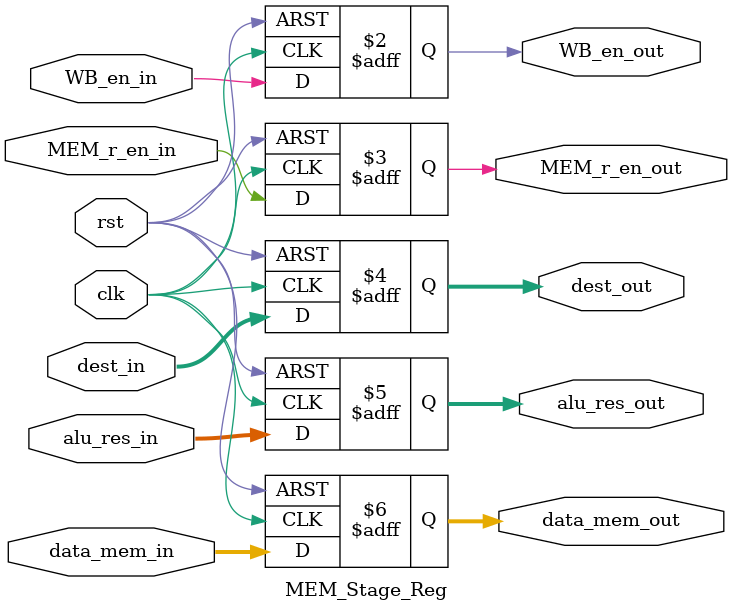
<source format=v>
module MEM_Stage_Reg (
  input clk, rst, WB_en_in, MEM_r_en_in, 
  input [3:0] dest_in,
  input [31:0] alu_res_in, data_mem_in,

  output reg WB_en_out, MEM_r_en_out, 
  output reg [3:0] dest_out,
  output reg [31:0] alu_res_out, data_mem_out
);

  always @(posedge clk, posedge rst) begin
    if (rst) begin
      WB_en_out <= 1'b0;
      MEM_r_en_out <= 1'b0;
      alu_res_out <= 32'b0;
      dest_out <= 4'b0;
      data_mem_out <= 32'b0;
    end
    else if (clk) begin
      WB_en_out <= WB_en_in;
      MEM_r_en_out <= MEM_r_en_in;
      alu_res_out <= alu_res_in;
      dest_out <= dest_in;
      data_mem_out <= data_mem_in;
    end 
    else begin
      WB_en_out <= WB_en_out;
      MEM_r_en_out <= mem_r_en_out;
      alu_res_out <= alu_res_out;
      dest_out <= dest_out;
      data_mem_out <= data_mem_out;
    end
  end

endmodule
</source>
